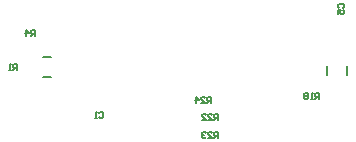
<source format=gbo>
G04 Layer_Color=13813960*
%FSLAX24Y24*%
%MOIN*%
G70*
G01*
G75*
%ADD50C,0.0079*%
%ADD51C,0.0050*%
D50*
X23712Y32265D02*
X23988D01*
X23712Y32935D02*
X23988D01*
X33165Y32362D02*
Y32638D01*
X33835Y32362D02*
Y32638D01*
D51*
X33583Y34567D02*
X33550Y34600D01*
Y34667D01*
X33583Y34700D01*
X33717D01*
X33750Y34667D01*
Y34600D01*
X33717Y34567D01*
X33550Y34367D02*
Y34500D01*
X33650D01*
X33617Y34433D01*
Y34400D01*
X33650Y34367D01*
X33717D01*
X33750Y34400D01*
Y34467D01*
X33717Y34500D01*
X22850Y32500D02*
Y32700D01*
X22750D01*
X22717Y32667D01*
Y32600D01*
X22750Y32567D01*
X22850D01*
X22783D02*
X22717Y32500D01*
X22650D02*
X22583D01*
X22617D01*
Y32700D01*
X22650Y32667D01*
X25567Y31067D02*
X25600Y31100D01*
X25667D01*
X25700Y31067D01*
Y30933D01*
X25667Y30900D01*
X25600D01*
X25567Y30933D01*
X25500Y30900D02*
X25433D01*
X25467D01*
Y31100D01*
X25500Y31067D01*
X23450Y33650D02*
Y33850D01*
X23350D01*
X23317Y33817D01*
Y33750D01*
X23350Y33717D01*
X23450D01*
X23383D02*
X23317Y33650D01*
X23150D02*
Y33850D01*
X23250Y33750D01*
X23117D01*
X32900Y31550D02*
Y31750D01*
X32800D01*
X32767Y31717D01*
Y31650D01*
X32800Y31617D01*
X32900D01*
X32833D02*
X32767Y31550D01*
X32700D02*
X32633D01*
X32667D01*
Y31750D01*
X32700Y31717D01*
X32533D02*
X32500Y31750D01*
X32433D01*
X32400Y31717D01*
Y31683D01*
X32433Y31650D01*
X32400Y31617D01*
Y31583D01*
X32433Y31550D01*
X32500D01*
X32533Y31583D01*
Y31617D01*
X32500Y31650D01*
X32533Y31683D01*
Y31717D01*
X32500Y31650D02*
X32433D01*
X29550Y30850D02*
Y31050D01*
X29450D01*
X29417Y31017D01*
Y30950D01*
X29450Y30917D01*
X29550D01*
X29483D02*
X29417Y30850D01*
X29217D02*
X29350D01*
X29217Y30983D01*
Y31017D01*
X29250Y31050D01*
X29317D01*
X29350Y31017D01*
X29017Y30850D02*
X29150D01*
X29017Y30983D01*
Y31017D01*
X29050Y31050D01*
X29117D01*
X29150Y31017D01*
X29550Y30250D02*
Y30450D01*
X29450D01*
X29417Y30417D01*
Y30350D01*
X29450Y30317D01*
X29550D01*
X29483D02*
X29417Y30250D01*
X29217D02*
X29350D01*
X29217Y30383D01*
Y30417D01*
X29250Y30450D01*
X29317D01*
X29350Y30417D01*
X29150D02*
X29117Y30450D01*
X29050D01*
X29017Y30417D01*
Y30383D01*
X29050Y30350D01*
X29083D01*
X29050D01*
X29017Y30317D01*
Y30283D01*
X29050Y30250D01*
X29117D01*
X29150Y30283D01*
X29300Y31400D02*
Y31600D01*
X29200D01*
X29167Y31567D01*
Y31500D01*
X29200Y31467D01*
X29300D01*
X29233D02*
X29167Y31400D01*
X28967D02*
X29100D01*
X28967Y31533D01*
Y31567D01*
X29000Y31600D01*
X29067D01*
X29100Y31567D01*
X28800Y31400D02*
Y31600D01*
X28900Y31500D01*
X28767D01*
M02*

</source>
